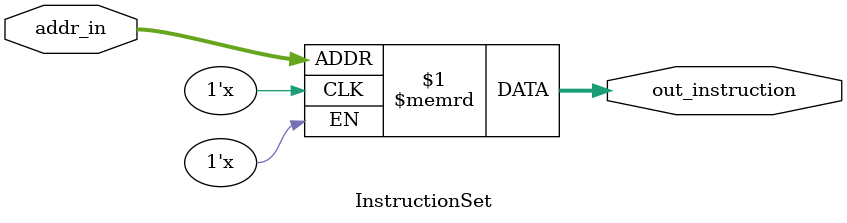
<source format=v>


module InstructionSet
#(parameter addWidth=6, dataWidth=32)
(input [addWidth-1:0] addr_in, //this is address from PC
 output [dataWidth-1:0] out_instruction
); 

//add test program to instuction memory
//this would be done by compiler tool chain (loader)
`ifdef SW_PROGRAM
	initial $readmemb("sw_program", instructions);
`endif
`ifdef LW_PROGRAM
	initial $readmemb("lw_sw_test_program", instructions);
`endif
`ifdef PROGRAM1
	initial $readmemb("program1", instructions);
`endif
`ifdef ADD
	initial $readmemb("add", instructions);
`endif
`ifdef HMWK3
	initial $readmemb("hmwk3_program", instructions);
`endif



//this should be a 32 (column) x 64 (row) memory array 1024 B = 1 KB
//0000000000000000000000000000001
//0000000000000000000000000000001
//64
//0000000000000000000000000000001

	reg [dataWidth-1:0] instructions [2**addWidth-1:0]; //this is the actual program instructions

	assign out_instruction = instructions[addr_in]; //async read


endmodule

</source>
